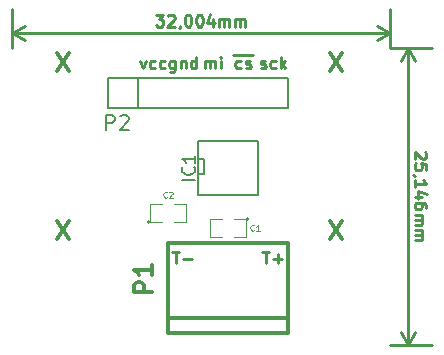
<source format=gbr>
%FSLAX46Y46*%
G04 Gerber Fmt 4.6, Leading zero omitted, Abs format (unit mm)*
G04 Created by KiCad (PCBNEW (2014-08-29 BZR 5106)-product) date mié 17 sep 2014 12:20:12 COT*
%MOMM*%
G01*
G04 APERTURE LIST*
%ADD10C,0.100000*%
%ADD11C,0.250000*%
%ADD12C,0.150000*%
%ADD13C,0.099060*%
%ADD14C,0.127000*%
%ADD15C,0.304800*%
%ADD16C,0.203200*%
%ADD17C,0.109220*%
G04 APERTURE END LIST*
D10*
D11*
X120832381Y-109141096D02*
X120880000Y-109188715D01*
X120927619Y-109283953D01*
X120927619Y-109522049D01*
X120880000Y-109617287D01*
X120832381Y-109664906D01*
X120737143Y-109712525D01*
X120641905Y-109712525D01*
X120499048Y-109664906D01*
X119927619Y-109093477D01*
X119927619Y-109712525D01*
X120927619Y-110617287D02*
X120927619Y-110141096D01*
X120451429Y-110093477D01*
X120499048Y-110141096D01*
X120546667Y-110236334D01*
X120546667Y-110474430D01*
X120499048Y-110569668D01*
X120451429Y-110617287D01*
X120356190Y-110664906D01*
X120118095Y-110664906D01*
X120022857Y-110617287D01*
X119975238Y-110569668D01*
X119927619Y-110474430D01*
X119927619Y-110236334D01*
X119975238Y-110141096D01*
X120022857Y-110093477D01*
X119975238Y-111141096D02*
X119927619Y-111141096D01*
X119832381Y-111093477D01*
X119784762Y-111045858D01*
X119927619Y-112093477D02*
X119927619Y-111522048D01*
X119927619Y-111807762D02*
X120927619Y-111807762D01*
X120784762Y-111712524D01*
X120689524Y-111617286D01*
X120641905Y-111522048D01*
X120594286Y-112950620D02*
X119927619Y-112950620D01*
X120975238Y-112712524D02*
X120260952Y-112474429D01*
X120260952Y-113093477D01*
X120927619Y-113903001D02*
X120927619Y-113712524D01*
X120880000Y-113617286D01*
X120832381Y-113569667D01*
X120689524Y-113474429D01*
X120499048Y-113426810D01*
X120118095Y-113426810D01*
X120022857Y-113474429D01*
X119975238Y-113522048D01*
X119927619Y-113617286D01*
X119927619Y-113807763D01*
X119975238Y-113903001D01*
X120022857Y-113950620D01*
X120118095Y-113998239D01*
X120356190Y-113998239D01*
X120451429Y-113950620D01*
X120499048Y-113903001D01*
X120546667Y-113807763D01*
X120546667Y-113617286D01*
X120499048Y-113522048D01*
X120451429Y-113474429D01*
X120356190Y-113426810D01*
X119927619Y-114426810D02*
X120594286Y-114426810D01*
X120499048Y-114426810D02*
X120546667Y-114474429D01*
X120594286Y-114569667D01*
X120594286Y-114712525D01*
X120546667Y-114807763D01*
X120451429Y-114855382D01*
X119927619Y-114855382D01*
X120451429Y-114855382D02*
X120546667Y-114903001D01*
X120594286Y-114998239D01*
X120594286Y-115141096D01*
X120546667Y-115236334D01*
X120451429Y-115283953D01*
X119927619Y-115283953D01*
X119927619Y-115760143D02*
X120594286Y-115760143D01*
X120499048Y-115760143D02*
X120546667Y-115807762D01*
X120594286Y-115903000D01*
X120594286Y-116045858D01*
X120546667Y-116141096D01*
X120451429Y-116188715D01*
X119927619Y-116188715D01*
X120451429Y-116188715D02*
X120546667Y-116236334D01*
X120594286Y-116331572D01*
X120594286Y-116474429D01*
X120546667Y-116569667D01*
X120451429Y-116617286D01*
X119927619Y-116617286D01*
X119380000Y-100330000D02*
X119380000Y-125476000D01*
X117856000Y-100330000D02*
X121380000Y-100330000D01*
X117856000Y-125476000D02*
X121380000Y-125476000D01*
X119380000Y-125476000D02*
X118793579Y-124349496D01*
X119380000Y-125476000D02*
X119966421Y-124349496D01*
X119380000Y-100330000D02*
X118793579Y-101456504D01*
X119380000Y-100330000D02*
X119966421Y-101456504D01*
X98044477Y-97512381D02*
X98663525Y-97512381D01*
X98330191Y-97893333D01*
X98473049Y-97893333D01*
X98568287Y-97940952D01*
X98615906Y-97988571D01*
X98663525Y-98083810D01*
X98663525Y-98321905D01*
X98615906Y-98417143D01*
X98568287Y-98464762D01*
X98473049Y-98512381D01*
X98187334Y-98512381D01*
X98092096Y-98464762D01*
X98044477Y-98417143D01*
X99044477Y-97607619D02*
X99092096Y-97560000D01*
X99187334Y-97512381D01*
X99425430Y-97512381D01*
X99520668Y-97560000D01*
X99568287Y-97607619D01*
X99615906Y-97702857D01*
X99615906Y-97798095D01*
X99568287Y-97940952D01*
X98996858Y-98512381D01*
X99615906Y-98512381D01*
X100092096Y-98464762D02*
X100092096Y-98512381D01*
X100044477Y-98607619D01*
X99996858Y-98655238D01*
X100711143Y-97512381D02*
X100806382Y-97512381D01*
X100901620Y-97560000D01*
X100949239Y-97607619D01*
X100996858Y-97702857D01*
X101044477Y-97893333D01*
X101044477Y-98131429D01*
X100996858Y-98321905D01*
X100949239Y-98417143D01*
X100901620Y-98464762D01*
X100806382Y-98512381D01*
X100711143Y-98512381D01*
X100615905Y-98464762D01*
X100568286Y-98417143D01*
X100520667Y-98321905D01*
X100473048Y-98131429D01*
X100473048Y-97893333D01*
X100520667Y-97702857D01*
X100568286Y-97607619D01*
X100615905Y-97560000D01*
X100711143Y-97512381D01*
X101663524Y-97512381D02*
X101758763Y-97512381D01*
X101854001Y-97560000D01*
X101901620Y-97607619D01*
X101949239Y-97702857D01*
X101996858Y-97893333D01*
X101996858Y-98131429D01*
X101949239Y-98321905D01*
X101901620Y-98417143D01*
X101854001Y-98464762D01*
X101758763Y-98512381D01*
X101663524Y-98512381D01*
X101568286Y-98464762D01*
X101520667Y-98417143D01*
X101473048Y-98321905D01*
X101425429Y-98131429D01*
X101425429Y-97893333D01*
X101473048Y-97702857D01*
X101520667Y-97607619D01*
X101568286Y-97560000D01*
X101663524Y-97512381D01*
X102854001Y-97845714D02*
X102854001Y-98512381D01*
X102615905Y-97464762D02*
X102377810Y-98179048D01*
X102996858Y-98179048D01*
X103377810Y-98512381D02*
X103377810Y-97845714D01*
X103377810Y-97940952D02*
X103425429Y-97893333D01*
X103520667Y-97845714D01*
X103663525Y-97845714D01*
X103758763Y-97893333D01*
X103806382Y-97988571D01*
X103806382Y-98512381D01*
X103806382Y-97988571D02*
X103854001Y-97893333D01*
X103949239Y-97845714D01*
X104092096Y-97845714D01*
X104187334Y-97893333D01*
X104234953Y-97988571D01*
X104234953Y-98512381D01*
X104711143Y-98512381D02*
X104711143Y-97845714D01*
X104711143Y-97940952D02*
X104758762Y-97893333D01*
X104854000Y-97845714D01*
X104996858Y-97845714D01*
X105092096Y-97893333D01*
X105139715Y-97988571D01*
X105139715Y-98512381D01*
X105139715Y-97988571D02*
X105187334Y-97893333D01*
X105282572Y-97845714D01*
X105425429Y-97845714D01*
X105520667Y-97893333D01*
X105568286Y-97988571D01*
X105568286Y-98512381D01*
X85852000Y-99060000D02*
X117856000Y-99060000D01*
X85852000Y-100330000D02*
X85852000Y-97060000D01*
X117856000Y-100330000D02*
X117856000Y-97060000D01*
X117856000Y-99060000D02*
X116729496Y-99646421D01*
X117856000Y-99060000D02*
X116729496Y-98473579D01*
X85852000Y-99060000D02*
X86978504Y-99646421D01*
X85852000Y-99060000D02*
X86978504Y-98473579D01*
X96694762Y-101385714D02*
X96932857Y-102052381D01*
X97170953Y-101385714D01*
X97980477Y-102004762D02*
X97885239Y-102052381D01*
X97694762Y-102052381D01*
X97599524Y-102004762D01*
X97551905Y-101957143D01*
X97504286Y-101861905D01*
X97504286Y-101576190D01*
X97551905Y-101480952D01*
X97599524Y-101433333D01*
X97694762Y-101385714D01*
X97885239Y-101385714D01*
X97980477Y-101433333D01*
X98837620Y-102004762D02*
X98742382Y-102052381D01*
X98551905Y-102052381D01*
X98456667Y-102004762D01*
X98409048Y-101957143D01*
X98361429Y-101861905D01*
X98361429Y-101576190D01*
X98409048Y-101480952D01*
X98456667Y-101433333D01*
X98551905Y-101385714D01*
X98742382Y-101385714D01*
X98837620Y-101433333D01*
X106902381Y-102004762D02*
X106997619Y-102052381D01*
X107188095Y-102052381D01*
X107283334Y-102004762D01*
X107330953Y-101909524D01*
X107330953Y-101861905D01*
X107283334Y-101766667D01*
X107188095Y-101719048D01*
X107045238Y-101719048D01*
X106950000Y-101671429D01*
X106902381Y-101576190D01*
X106902381Y-101528571D01*
X106950000Y-101433333D01*
X107045238Y-101385714D01*
X107188095Y-101385714D01*
X107283334Y-101433333D01*
X108188096Y-102004762D02*
X108092858Y-102052381D01*
X107902381Y-102052381D01*
X107807143Y-102004762D01*
X107759524Y-101957143D01*
X107711905Y-101861905D01*
X107711905Y-101576190D01*
X107759524Y-101480952D01*
X107807143Y-101433333D01*
X107902381Y-101385714D01*
X108092858Y-101385714D01*
X108188096Y-101433333D01*
X108616667Y-102052381D02*
X108616667Y-101052381D01*
X108711905Y-101671429D02*
X108997620Y-102052381D01*
X108997620Y-101385714D02*
X108616667Y-101766667D01*
X105243334Y-102004762D02*
X105148096Y-102052381D01*
X104957619Y-102052381D01*
X104862381Y-102004762D01*
X104814762Y-101957143D01*
X104767143Y-101861905D01*
X104767143Y-101576190D01*
X104814762Y-101480952D01*
X104862381Y-101433333D01*
X104957619Y-101385714D01*
X105148096Y-101385714D01*
X105243334Y-101433333D01*
X105624286Y-102004762D02*
X105719524Y-102052381D01*
X105910000Y-102052381D01*
X106005239Y-102004762D01*
X106052858Y-101909524D01*
X106052858Y-101861905D01*
X106005239Y-101766667D01*
X105910000Y-101719048D01*
X105767143Y-101719048D01*
X105671905Y-101671429D01*
X105624286Y-101576190D01*
X105624286Y-101528571D01*
X105671905Y-101433333D01*
X105767143Y-101385714D01*
X105910000Y-101385714D01*
X106005239Y-101433333D01*
X104576667Y-100880000D02*
X106243334Y-100880000D01*
X102203334Y-102052381D02*
X102203334Y-101385714D01*
X102203334Y-101480952D02*
X102250953Y-101433333D01*
X102346191Y-101385714D01*
X102489049Y-101385714D01*
X102584287Y-101433333D01*
X102631906Y-101528571D01*
X102631906Y-102052381D01*
X102631906Y-101528571D02*
X102679525Y-101433333D01*
X102774763Y-101385714D01*
X102917620Y-101385714D01*
X103012858Y-101433333D01*
X103060477Y-101528571D01*
X103060477Y-102052381D01*
X103536667Y-102052381D02*
X103536667Y-101385714D01*
X103536667Y-101052381D02*
X103489048Y-101100000D01*
X103536667Y-101147619D01*
X103584286Y-101100000D01*
X103536667Y-101052381D01*
X103536667Y-101147619D01*
X99425238Y-117562381D02*
X99996667Y-117562381D01*
X99710952Y-118562381D02*
X99710952Y-117562381D01*
X100330000Y-118181429D02*
X101091905Y-118181429D01*
X107045238Y-117562381D02*
X107616667Y-117562381D01*
X107330952Y-118562381D02*
X107330952Y-117562381D01*
X107950000Y-118181429D02*
X108711905Y-118181429D01*
X108330953Y-118562381D02*
X108330953Y-117800476D01*
X99639524Y-101385714D02*
X99639524Y-102195238D01*
X99591905Y-102290476D01*
X99544286Y-102338095D01*
X99449047Y-102385714D01*
X99306190Y-102385714D01*
X99210952Y-102338095D01*
X99639524Y-102004762D02*
X99544286Y-102052381D01*
X99353809Y-102052381D01*
X99258571Y-102004762D01*
X99210952Y-101957143D01*
X99163333Y-101861905D01*
X99163333Y-101576190D01*
X99210952Y-101480952D01*
X99258571Y-101433333D01*
X99353809Y-101385714D01*
X99544286Y-101385714D01*
X99639524Y-101433333D01*
X100115714Y-101385714D02*
X100115714Y-102052381D01*
X100115714Y-101480952D02*
X100163333Y-101433333D01*
X100258571Y-101385714D01*
X100401429Y-101385714D01*
X100496667Y-101433333D01*
X100544286Y-101528571D01*
X100544286Y-102052381D01*
X101449048Y-102052381D02*
X101449048Y-101052381D01*
X101449048Y-102004762D02*
X101353810Y-102052381D01*
X101163333Y-102052381D01*
X101068095Y-102004762D01*
X101020476Y-101957143D01*
X100972857Y-101861905D01*
X100972857Y-101576190D01*
X101020476Y-101480952D01*
X101068095Y-101433333D01*
X101163333Y-101385714D01*
X101353810Y-101385714D01*
X101449048Y-101433333D01*
D12*
X96520000Y-102870000D02*
X109220000Y-102870000D01*
X109220000Y-102870000D02*
X109220000Y-105410000D01*
X109220000Y-105410000D02*
X96520000Y-105410000D01*
X93980000Y-102870000D02*
X96520000Y-102870000D01*
X96520000Y-102870000D02*
X96520000Y-105410000D01*
X93980000Y-102870000D02*
X93980000Y-105410000D01*
X93980000Y-105410000D02*
X96520000Y-105410000D01*
D13*
X105918000Y-114808000D02*
G75*
G03X105918000Y-114808000I-127000J0D01*
G74*
G01*
X104648000Y-114808000D02*
X105664000Y-114808000D01*
X105664000Y-114808000D02*
X105664000Y-116332000D01*
X105664000Y-116332000D02*
X104648000Y-116332000D01*
X103632000Y-116332000D02*
X102616000Y-116332000D01*
X102616000Y-116332000D02*
X102616000Y-114808000D01*
X102616000Y-114808000D02*
X103632000Y-114808000D01*
X97536000Y-115062000D02*
G75*
G03X97536000Y-115062000I-127000J0D01*
G74*
G01*
X98552000Y-115062000D02*
X97536000Y-115062000D01*
X97536000Y-115062000D02*
X97536000Y-113538000D01*
X97536000Y-113538000D02*
X98552000Y-113538000D01*
X99568000Y-113538000D02*
X100584000Y-113538000D01*
X100584000Y-113538000D02*
X100584000Y-115062000D01*
X100584000Y-115062000D02*
X99568000Y-115062000D01*
D14*
X101600000Y-108204000D02*
X106680000Y-108204000D01*
X106680000Y-108204000D02*
X106680000Y-112776000D01*
X106680000Y-112776000D02*
X101600000Y-112776000D01*
X101600000Y-112776000D02*
X101600000Y-108204000D01*
X101600000Y-109728000D02*
X102108000Y-109728000D01*
X102108000Y-109728000D02*
X102108000Y-110998000D01*
X102108000Y-110998000D02*
X101600000Y-110998000D01*
D15*
X109220000Y-123190000D02*
X99060000Y-123190000D01*
X109220000Y-124460000D02*
X109220000Y-116840000D01*
X109220000Y-116840000D02*
X99060000Y-116840000D01*
X99060000Y-116840000D02*
X99060000Y-124460000D01*
X99060000Y-124460000D02*
X109220000Y-124460000D01*
D12*
X96520000Y-102870000D02*
X109220000Y-102870000D01*
X109220000Y-102870000D02*
X109220000Y-105410000D01*
X109220000Y-105410000D02*
X96520000Y-105410000D01*
X93980000Y-102870000D02*
X96520000Y-102870000D01*
X96520000Y-102870000D02*
X96520000Y-105410000D01*
X93980000Y-102870000D02*
X93980000Y-105410000D01*
X93980000Y-105410000D02*
X96520000Y-105410000D01*
D16*
X93804619Y-107254524D02*
X93804619Y-105984524D01*
X94288428Y-105984524D01*
X94409381Y-106045000D01*
X94469857Y-106105476D01*
X94530333Y-106226429D01*
X94530333Y-106407857D01*
X94469857Y-106528810D01*
X94409381Y-106589286D01*
X94288428Y-106649762D01*
X93804619Y-106649762D01*
X95014143Y-106105476D02*
X95074619Y-106045000D01*
X95195571Y-105984524D01*
X95497952Y-105984524D01*
X95618905Y-106045000D01*
X95679381Y-106105476D01*
X95739857Y-106226429D01*
X95739857Y-106347381D01*
X95679381Y-106528810D01*
X94953667Y-107254524D01*
X95739857Y-107254524D01*
D17*
X106342604Y-115748707D02*
X106318776Y-115772535D01*
X106247293Y-115796362D01*
X106199638Y-115796362D01*
X106128155Y-115772535D01*
X106080500Y-115724880D01*
X106056672Y-115677224D01*
X106032844Y-115581914D01*
X106032844Y-115510431D01*
X106056672Y-115415120D01*
X106080500Y-115367465D01*
X106128155Y-115319810D01*
X106199638Y-115295982D01*
X106247293Y-115295982D01*
X106318776Y-115319810D01*
X106342604Y-115343638D01*
X106819156Y-115796362D02*
X106533224Y-115796362D01*
X106676190Y-115796362D02*
X106676190Y-115295982D01*
X106628535Y-115367465D01*
X106580880Y-115415120D01*
X106533224Y-115438948D01*
X98976604Y-112954707D02*
X98952776Y-112978535D01*
X98881293Y-113002362D01*
X98833638Y-113002362D01*
X98762155Y-112978535D01*
X98714500Y-112930880D01*
X98690672Y-112883224D01*
X98666844Y-112787914D01*
X98666844Y-112716431D01*
X98690672Y-112621120D01*
X98714500Y-112573465D01*
X98762155Y-112525810D01*
X98833638Y-112501982D01*
X98881293Y-112501982D01*
X98952776Y-112525810D01*
X98976604Y-112549638D01*
X99167224Y-112549638D02*
X99191052Y-112525810D01*
X99238707Y-112501982D01*
X99357845Y-112501982D01*
X99405501Y-112525810D01*
X99429328Y-112549638D01*
X99453156Y-112597293D01*
X99453156Y-112644948D01*
X99429328Y-112716431D01*
X99143397Y-113002362D01*
X99453156Y-113002362D01*
D14*
X101355071Y-111481809D02*
X100212071Y-111481809D01*
X101246214Y-110417428D02*
X101300643Y-110465809D01*
X101355071Y-110610952D01*
X101355071Y-110707714D01*
X101300643Y-110852856D01*
X101191786Y-110949618D01*
X101082929Y-110997999D01*
X100865214Y-111046380D01*
X100701929Y-111046380D01*
X100484214Y-110997999D01*
X100375357Y-110949618D01*
X100266500Y-110852856D01*
X100212071Y-110707714D01*
X100212071Y-110610952D01*
X100266500Y-110465809D01*
X100320929Y-110417428D01*
X101355071Y-109449809D02*
X101355071Y-110030380D01*
X101355071Y-109740094D02*
X100212071Y-109740094D01*
X100375357Y-109836856D01*
X100484214Y-109933618D01*
X100538643Y-110030380D01*
D15*
X97717429Y-121012857D02*
X96193429Y-121012857D01*
X96193429Y-120432285D01*
X96266000Y-120287143D01*
X96338571Y-120214571D01*
X96483714Y-120142000D01*
X96701429Y-120142000D01*
X96846571Y-120214571D01*
X96919143Y-120287143D01*
X96991714Y-120432285D01*
X96991714Y-121012857D01*
X97717429Y-118690571D02*
X97717429Y-119561428D01*
X97717429Y-119126000D02*
X96193429Y-119126000D01*
X96411143Y-119271143D01*
X96556286Y-119416285D01*
X96628857Y-119561428D01*
D16*
X93804619Y-107254524D02*
X93804619Y-105984524D01*
X94288428Y-105984524D01*
X94409381Y-106045000D01*
X94469857Y-106105476D01*
X94530333Y-106226429D01*
X94530333Y-106407857D01*
X94469857Y-106528810D01*
X94409381Y-106589286D01*
X94288428Y-106649762D01*
X93804619Y-106649762D01*
X95014143Y-106105476D02*
X95074619Y-106045000D01*
X95195571Y-105984524D01*
X95497952Y-105984524D01*
X95618905Y-106045000D01*
X95679381Y-106105476D01*
X95739857Y-106226429D01*
X95739857Y-106347381D01*
X95679381Y-106528810D01*
X94953667Y-107254524D01*
X95739857Y-107254524D01*
D15*
X112776000Y-100765429D02*
X113792000Y-102289429D01*
X113792000Y-100765429D02*
X112776000Y-102289429D01*
X89662000Y-114989429D02*
X90678000Y-116513429D01*
X90678000Y-114989429D02*
X89662000Y-116513429D01*
X89662000Y-100765429D02*
X90678000Y-102289429D01*
X90678000Y-100765429D02*
X89662000Y-102289429D01*
X112776000Y-114989429D02*
X113792000Y-116513429D01*
X113792000Y-114989429D02*
X112776000Y-116513429D01*
M02*

</source>
